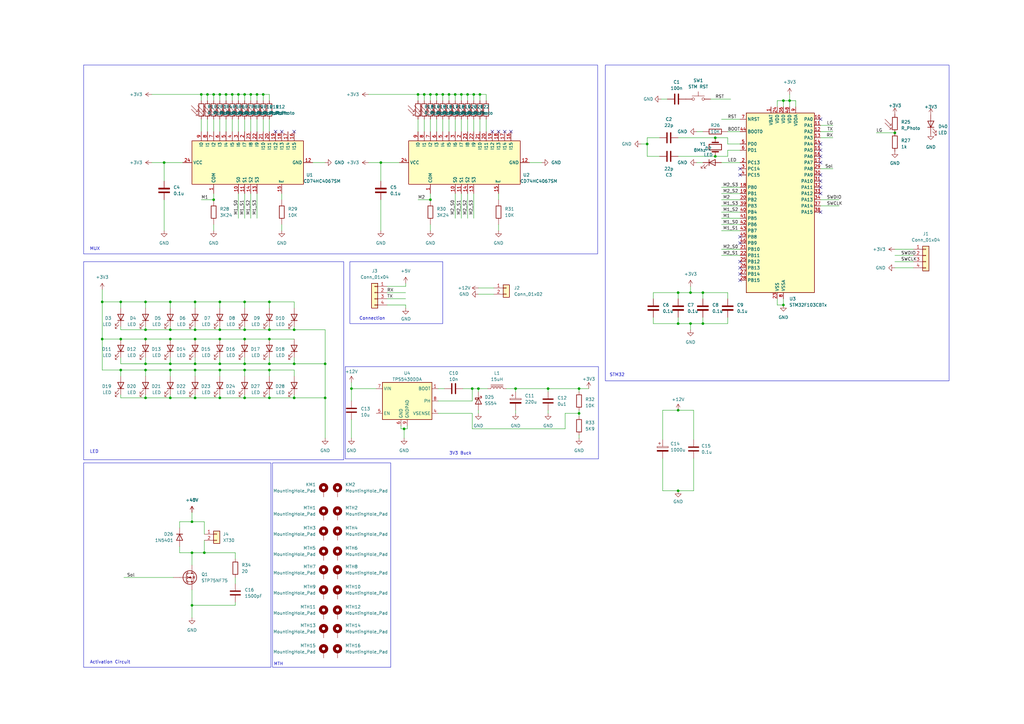
<source format=kicad_sch>
(kicad_sch (version 20230121) (generator eeschema)
  (paper "A3")
  (junction (at 133.35 163.195))
  (junction (at 87.63 38.735))
  (junction (at 102.87 38.735))
  (junction (at 49.53 139.065))
  (junction (at 41.91 123.825))
  (junction (at 80.01 135.255))
  (junction (at 278.13 120.015))
  (junction (at 100.33 123.825))
  (junction (at 100.33 38.735))
  (junction (at 78.74 226.695))
  (junction (at 237.49 169.545))
  (junction (at 189.23 38.735))
  (junction (at 196.85 38.735))
  (junction (at 80.01 149.225))
  (junction (at 100.33 151.765))
  (junction (at 181.61 38.735))
  (junction (at 110.49 151.765))
  (junction (at 278.13 168.275))
  (junction (at 100.33 135.255))
  (junction (at 193.675 159.385))
  (junction (at 283.21 120.015))
  (junction (at 41.91 139.065))
  (junction (at 120.65 149.225))
  (junction (at 92.71 38.735))
  (junction (at 107.95 38.735))
  (junction (at 59.69 149.225))
  (junction (at 110.49 163.195))
  (junction (at 100.33 149.225))
  (junction (at 90.17 38.735))
  (junction (at 133.35 149.225))
  (junction (at 69.85 151.765))
  (junction (at 80.01 123.825))
  (junction (at 293.37 64.135))
  (junction (at 90.17 123.825))
  (junction (at 237.49 159.385))
  (junction (at 90.17 139.065))
  (junction (at 278.13 201.295))
  (junction (at 110.49 135.255))
  (junction (at 69.85 149.225))
  (junction (at 90.17 151.765))
  (junction (at 69.85 123.825))
  (junction (at 110.49 149.225))
  (junction (at 80.01 151.765))
  (junction (at 144.145 159.385))
  (junction (at 69.85 139.065))
  (junction (at 110.49 139.065))
  (junction (at 69.85 135.255))
  (junction (at 288.29 132.715))
  (junction (at 176.53 81.915))
  (junction (at 87.63 81.915))
  (junction (at 156.21 66.675))
  (junction (at 100.33 139.065))
  (junction (at 173.99 38.735))
  (junction (at 184.15 38.735))
  (junction (at 165.735 175.895))
  (junction (at 265.43 59.055))
  (junction (at 82.55 38.735))
  (junction (at 80.01 139.065))
  (junction (at 78.74 248.285))
  (junction (at 211.455 159.385))
  (junction (at 69.85 163.195))
  (junction (at 321.31 41.275))
  (junction (at 288.29 120.015))
  (junction (at 90.17 149.225))
  (junction (at 67.31 66.675))
  (junction (at 83.82 226.695))
  (junction (at 85.09 38.735))
  (junction (at 105.41 38.735))
  (junction (at 283.21 132.715))
  (junction (at 90.17 135.255))
  (junction (at 90.17 163.195))
  (junction (at 323.85 41.275))
  (junction (at 120.65 163.195))
  (junction (at 120.65 135.255))
  (junction (at 321.31 125.095))
  (junction (at 176.53 38.735))
  (junction (at 367.03 54.483))
  (junction (at 186.69 38.735))
  (junction (at 49.53 151.765))
  (junction (at 78.74 213.995))
  (junction (at 59.69 163.195))
  (junction (at 196.215 159.385))
  (junction (at 100.33 163.195))
  (junction (at 49.53 123.825))
  (junction (at 110.49 123.825))
  (junction (at 97.79 38.735))
  (junction (at 179.07 38.735))
  (junction (at 194.31 38.735))
  (junction (at 224.79 159.385))
  (junction (at 278.13 132.715))
  (junction (at 293.37 56.515))
  (junction (at 95.25 38.735))
  (junction (at 59.69 151.765))
  (junction (at 59.69 123.825))
  (junction (at 171.45 38.735))
  (junction (at 59.69 135.255))
  (junction (at 80.01 163.195))
  (junction (at 59.69 139.065))
  (junction (at 191.77 38.735))
  (no_connect (at 303.53 97.155))
  (no_connect (at 201.93 53.975))
  (no_connect (at 336.55 61.595))
  (no_connect (at 303.53 107.315))
  (no_connect (at 209.55 53.975))
  (no_connect (at 207.01 53.975))
  (no_connect (at 303.53 112.395))
  (no_connect (at 113.03 53.975))
  (no_connect (at 115.57 53.975))
  (no_connect (at 303.53 109.855))
  (no_connect (at 336.55 59.055))
  (no_connect (at 336.55 48.895))
  (no_connect (at 336.55 86.995))
  (no_connect (at 336.55 76.835))
  (no_connect (at 336.55 66.675))
  (no_connect (at 303.53 71.755))
  (no_connect (at 120.65 53.975))
  (no_connect (at 336.55 64.135))
  (no_connect (at 336.55 79.375))
  (no_connect (at 303.53 69.215))
  (no_connect (at 336.55 74.295))
  (no_connect (at 303.53 99.695))
  (no_connect (at 336.55 71.755))
  (no_connect (at 303.53 114.935))
  (no_connect (at 204.47 53.975))
  (wire (pts (xy 237.49 159.385) (xy 241.4778 159.385)))
  (wire (pts (xy 59.69 139.065) (xy 69.85 139.065)))
  (wire (pts (xy 156.21 81.915) (xy 156.21 94.615)))
  (wire (pts (xy 100.33 154.305) (xy 100.33 151.765)))
  (wire (pts (xy 82.55 48.895) (xy 82.55 53.975)))
  (wire (pts (xy 359.41 54.483) (xy 367.03 54.483)))
  (wire (pts (xy 288.29 120.015) (xy 283.21 120.015)))
  (wire (pts (xy 179.705 169.545) (xy 193.675 169.545)))
  (wire (pts (xy 166.37 116.205) (xy 166.37 117.475)))
  (wire (pts (xy 165.735 179.705) (xy 165.735 175.895)))
  (wire (pts (xy 144.145 159.385) (xy 144.145 156.845)))
  (wire (pts (xy 231.775 169.545) (xy 237.49 169.545)))
  (wire (pts (xy 323.85 41.275) (xy 326.39 41.275)))
  (wire (pts (xy 199.39 38.735) (xy 196.85 38.735)))
  (wire (pts (xy 176.53 92.075) (xy 176.53 94.615)))
  (wire (pts (xy 196.85 38.735) (xy 194.31 38.735)))
  (wire (pts (xy 100.33 149.225) (xy 110.49 149.225)))
  (wire (pts (xy 156.21 66.675) (xy 163.83 66.675)))
  (wire (pts (xy 285.75 66.675) (xy 288.29 66.675)))
  (wire (pts (xy 288.29 132.715) (xy 298.45 132.715)))
  (wire (pts (xy 184.15 48.895) (xy 184.15 53.975)))
  (wire (pts (xy 321.31 41.275) (xy 321.31 43.815)))
  (wire (pts (xy 211.455 159.385) (xy 224.79 159.385)))
  (wire (pts (xy 267.97 130.175) (xy 267.97 132.715)))
  (wire (pts (xy 298.45 59.055) (xy 298.45 56.515)))
  (wire (pts (xy 336.55 56.515) (xy 341.63 56.515)))
  (wire (pts (xy 110.49 123.825) (xy 100.33 123.825)))
  (wire (pts (xy 120.65 135.255) (xy 133.35 135.255)))
  (wire (pts (xy 80.01 149.225) (xy 90.17 149.225)))
  (wire (pts (xy 105.41 79.375) (xy 105.41 89.535)))
  (wire (pts (xy 295.91 79.375) (xy 303.53 79.375)))
  (wire (pts (xy 120.65 146.685) (xy 120.65 149.225)))
  (wire (pts (xy 237.49 169.545) (xy 237.49 170.815)))
  (wire (pts (xy 78.74 226.695) (xy 78.74 231.775)))
  (wire (pts (xy 199.39 48.895) (xy 199.39 53.975)))
  (wire (pts (xy 90.17 48.895) (xy 90.17 53.975)))
  (wire (pts (xy 96.52 247.015) (xy 96.52 248.285)))
  (wire (pts (xy 128.27 66.675) (xy 133.35 66.675)))
  (wire (pts (xy 102.87 38.735) (xy 100.33 38.735)))
  (wire (pts (xy 336.55 53.975) (xy 341.63 53.975)))
  (wire (pts (xy 59.69 154.305) (xy 59.69 151.765)))
  (wire (pts (xy 80.01 133.985) (xy 80.01 135.255)))
  (wire (pts (xy 110.49 146.685) (xy 110.49 149.225)))
  (wire (pts (xy 49.53 154.305) (xy 49.53 151.765)))
  (wire (pts (xy 186.69 79.375) (xy 186.69 89.535)))
  (wire (pts (xy 78.74 248.285) (xy 78.74 253.365)))
  (wire (pts (xy 96.52 236.855) (xy 96.52 239.395)))
  (wire (pts (xy 107.95 48.895) (xy 107.95 53.975)))
  (wire (pts (xy 107.95 38.735) (xy 105.41 38.735)))
  (wire (pts (xy 283.21 120.015) (xy 278.13 120.015)))
  (wire (pts (xy 95.25 38.735) (xy 95.25 41.275)))
  (wire (pts (xy 271.78 201.295) (xy 278.13 201.295)))
  (wire (pts (xy 194.31 48.895) (xy 194.31 53.975)))
  (wire (pts (xy 80.01 163.195) (xy 90.17 163.195)))
  (wire (pts (xy 59.69 151.765) (xy 49.53 151.765)))
  (wire (pts (xy 171.45 81.915) (xy 176.53 81.915)))
  (wire (pts (xy 171.45 38.735) (xy 151.13 38.735)))
  (wire (pts (xy 186.69 48.895) (xy 186.69 53.975)))
  (wire (pts (xy 80.01 146.685) (xy 80.01 149.225)))
  (wire (pts (xy 97.79 79.375) (xy 97.79 89.535)))
  (wire (pts (xy 224.79 159.385) (xy 237.49 159.385)))
  (wire (pts (xy 67.31 66.675) (xy 74.93 66.675)))
  (wire (pts (xy 102.87 38.735) (xy 102.87 41.275)))
  (wire (pts (xy 83.82 219.075) (xy 83.82 213.995)))
  (wire (pts (xy 303.53 102.235) (xy 295.91 102.235)))
  (wire (pts (xy 179.705 164.465) (xy 193.675 164.465)))
  (wire (pts (xy 204.47 79.375) (xy 204.47 81.915)))
  (wire (pts (xy 102.87 48.895) (xy 102.87 53.975)))
  (wire (pts (xy 92.71 38.735) (xy 92.71 41.275)))
  (wire (pts (xy 298.45 56.515) (xy 293.37 56.515)))
  (wire (pts (xy 90.17 154.305) (xy 90.17 151.765)))
  (wire (pts (xy 171.45 48.895) (xy 171.45 53.975)))
  (wire (pts (xy 199.39 38.735) (xy 199.39 41.275)))
  (wire (pts (xy 82.55 38.735) (xy 62.23 38.735)))
  (wire (pts (xy 196.215 120.65) (xy 202.565 120.65)))
  (wire (pts (xy 90.17 38.735) (xy 90.17 41.275)))
  (wire (pts (xy 100.33 133.985) (xy 100.33 135.255)))
  (wire (pts (xy 179.07 38.735) (xy 179.07 41.275)))
  (wire (pts (xy 90.17 123.825) (xy 80.01 123.825)))
  (wire (pts (xy 41.91 151.765) (xy 49.53 151.765)))
  (wire (pts (xy 278.13 201.295) (xy 284.48 201.295)))
  (wire (pts (xy 69.85 154.305) (xy 69.85 151.765)))
  (wire (pts (xy 110.49 163.195) (xy 120.65 163.195)))
  (wire (pts (xy 298.45 61.595) (xy 298.45 64.135)))
  (wire (pts (xy 78.74 248.285) (xy 96.52 248.285)))
  (wire (pts (xy 367.03 102.235) (xy 374.65 102.235)))
  (wire (pts (xy 284.48 187.96) (xy 284.48 201.295)))
  (wire (pts (xy 100.33 38.735) (xy 100.33 41.275)))
  (wire (pts (xy 110.49 38.735) (xy 110.49 41.275)))
  (wire (pts (xy 96.52 226.695) (xy 96.52 229.235)))
  (wire (pts (xy 179.07 38.735) (xy 176.53 38.735)))
  (wire (pts (xy 90.17 163.195) (xy 100.33 163.195)))
  (wire (pts (xy 110.49 38.735) (xy 107.95 38.735)))
  (wire (pts (xy 189.23 38.735) (xy 186.69 38.735)))
  (wire (pts (xy 90.17 161.925) (xy 90.17 163.195)))
  (wire (pts (xy 271.78 187.96) (xy 271.78 201.295)))
  (wire (pts (xy 87.63 79.375) (xy 87.63 81.915)))
  (wire (pts (xy 120.65 149.225) (xy 133.35 149.225)))
  (wire (pts (xy 186.69 38.735) (xy 186.69 41.275)))
  (wire (pts (xy 278.13 168.275) (xy 284.48 168.275)))
  (wire (pts (xy 80.01 161.925) (xy 80.01 163.195)))
  (wire (pts (xy 284.48 168.275) (xy 284.48 180.34)))
  (wire (pts (xy 179.705 159.385) (xy 182.245 159.385)))
  (wire (pts (xy 318.77 43.815) (xy 318.77 41.275)))
  (wire (pts (xy 189.23 48.895) (xy 189.23 53.975)))
  (wire (pts (xy 133.35 135.255) (xy 133.35 149.225)))
  (wire (pts (xy 59.69 126.365) (xy 59.69 123.825)))
  (wire (pts (xy 80.01 126.365) (xy 80.01 123.825)))
  (wire (pts (xy 100.33 163.195) (xy 110.49 163.195)))
  (wire (pts (xy 133.35 163.195) (xy 133.35 179.705)))
  (wire (pts (xy 69.85 135.255) (xy 80.01 135.255)))
  (wire (pts (xy 80.01 151.765) (xy 69.85 151.765)))
  (wire (pts (xy 90.17 133.985) (xy 90.17 135.255)))
  (wire (pts (xy 90.17 139.065) (xy 100.33 139.065)))
  (wire (pts (xy 207.645 159.385) (xy 211.455 159.385)))
  (wire (pts (xy 166.37 125.095) (xy 166.37 126.365)))
  (wire (pts (xy 298.45 120.015) (xy 288.29 120.015)))
  (wire (pts (xy 196.215 118.11) (xy 202.565 118.11)))
  (wire (pts (xy 69.85 161.925) (xy 69.85 163.195)))
  (wire (pts (xy 95.25 38.735) (xy 92.71 38.735)))
  (wire (pts (xy 73.66 213.995) (xy 73.66 216.535)))
  (wire (pts (xy 158.75 122.555) (xy 166.37 122.555)))
  (wire (pts (xy 184.15 38.735) (xy 184.15 41.275)))
  (wire (pts (xy 273.685 40.64) (xy 271.145 40.64)))
  (wire (pts (xy 181.61 48.895) (xy 181.61 53.975)))
  (wire (pts (xy 115.57 79.375) (xy 115.57 81.915)))
  (wire (pts (xy 194.31 38.735) (xy 194.31 41.275)))
  (wire (pts (xy 262.89 59.055) (xy 265.43 59.055)))
  (wire (pts (xy 105.41 48.895) (xy 105.41 53.975)))
  (wire (pts (xy 90.17 146.685) (xy 90.17 149.225)))
  (wire (pts (xy 191.77 38.735) (xy 191.77 41.275)))
  (wire (pts (xy 283.21 132.715) (xy 283.21 135.255)))
  (wire (pts (xy 69.85 163.195) (xy 80.01 163.195)))
  (wire (pts (xy 69.85 139.065) (xy 80.01 139.065)))
  (wire (pts (xy 186.69 38.735) (xy 184.15 38.735)))
  (wire (pts (xy 193.675 169.545) (xy 193.675 175.895)))
  (wire (pts (xy 194.31 79.375) (xy 194.31 89.535)))
  (wire (pts (xy 95.25 48.895) (xy 95.25 53.975)))
  (wire (pts (xy 191.77 38.735) (xy 189.23 38.735)))
  (wire (pts (xy 78.74 241.935) (xy 78.74 248.285)))
  (wire (pts (xy 80.01 154.305) (xy 80.01 151.765)))
  (wire (pts (xy 69.85 123.825) (xy 59.69 123.825)))
  (wire (pts (xy 224.79 159.385) (xy 224.79 160.655)))
  (wire (pts (xy 59.69 146.685) (xy 59.69 149.225)))
  (wire (pts (xy 90.17 38.735) (xy 87.63 38.735)))
  (wire (pts (xy 78.74 210.185) (xy 78.74 213.995)))
  (wire (pts (xy 85.09 38.735) (xy 82.55 38.735)))
  (wire (pts (xy 120.65 161.925) (xy 120.65 163.195)))
  (wire (pts (xy 59.69 161.925) (xy 59.69 163.195)))
  (wire (pts (xy 78.74 213.995) (xy 83.82 213.995)))
  (wire (pts (xy 120.65 126.365) (xy 120.65 123.825)))
  (wire (pts (xy 167.005 175.895) (xy 165.735 175.895)))
  (wire (pts (xy 298.45 64.135) (xy 293.37 64.135)))
  (wire (pts (xy 176.53 48.895) (xy 176.53 53.975)))
  (wire (pts (xy 303.53 86.995) (xy 295.91 86.995)))
  (wire (pts (xy 83.82 226.695) (xy 96.52 226.695)))
  (wire (pts (xy 87.63 38.735) (xy 85.09 38.735)))
  (wire (pts (xy 67.31 66.675) (xy 67.31 74.295)))
  (wire (pts (xy 326.39 41.275) (xy 326.39 43.815)))
  (wire (pts (xy 49.53 163.195) (xy 59.69 163.195)))
  (wire (pts (xy 100.33 38.735) (xy 97.79 38.735)))
  (wire (pts (xy 204.47 92.075) (xy 204.47 94.615)))
  (wire (pts (xy 158.75 117.475) (xy 166.37 117.475)))
  (wire (pts (xy 69.85 126.365) (xy 69.85 123.825)))
  (wire (pts (xy 120.65 163.195) (xy 133.35 163.195)))
  (wire (pts (xy 181.61 38.735) (xy 179.07 38.735)))
  (wire (pts (xy 265.43 59.055) (xy 265.43 64.135)))
  (wire (pts (xy 87.63 48.895) (xy 87.63 53.975)))
  (wire (pts (xy 179.07 48.895) (xy 179.07 53.975)))
  (wire (pts (xy 97.79 38.735) (xy 97.79 41.275)))
  (wire (pts (xy 110.49 154.305) (xy 110.49 151.765)))
  (wire (pts (xy 271.78 168.275) (xy 278.13 168.275)))
  (wire (pts (xy 295.91 84.455) (xy 303.53 84.455)))
  (wire (pts (xy 73.66 226.695) (xy 73.66 224.155)))
  (wire (pts (xy 303.53 89.535) (xy 295.91 89.535)))
  (wire (pts (xy 196.215 159.385) (xy 200.025 159.385)))
  (wire (pts (xy 110.49 161.925) (xy 110.49 163.195)))
  (wire (pts (xy 110.49 149.225) (xy 120.65 149.225)))
  (wire (pts (xy 120.65 151.765) (xy 110.49 151.765)))
  (wire (pts (xy 323.85 38.735) (xy 323.85 41.275)))
  (wire (pts (xy 184.15 38.735) (xy 181.61 38.735)))
  (wire (pts (xy 97.79 48.895) (xy 97.79 53.975)))
  (wire (pts (xy 41.91 139.065) (xy 41.91 151.765)))
  (wire (pts (xy 193.675 159.385) (xy 196.215 159.385)))
  (wire (pts (xy 49.53 149.225) (xy 59.69 149.225)))
  (wire (pts (xy 367.03 107.315) (xy 374.65 107.315)))
  (wire (pts (xy 92.71 48.895) (xy 92.71 53.975)))
  (wire (pts (xy 237.49 168.275) (xy 237.49 169.545)))
  (wire (pts (xy 110.49 139.065) (xy 120.65 139.065)))
  (wire (pts (xy 85.09 48.895) (xy 85.09 53.975)))
  (wire (pts (xy 59.69 123.825) (xy 49.53 123.825)))
  (wire (pts (xy 367.03 104.775) (xy 374.65 104.775)))
  (wire (pts (xy 41.91 118.745) (xy 41.91 123.825)))
  (wire (pts (xy 158.75 125.095) (xy 166.37 125.095)))
  (wire (pts (xy 100.33 79.375) (xy 100.33 89.535)))
  (wire (pts (xy 367.03 109.855) (xy 374.65 109.855)))
  (wire (pts (xy 288.29 130.175) (xy 288.29 132.715)))
  (wire (pts (xy 288.29 122.555) (xy 288.29 120.015)))
  (wire (pts (xy 224.79 168.275) (xy 224.79 169.545)))
  (wire (pts (xy 231.775 175.895) (xy 231.775 169.545)))
  (wire (pts (xy 78.74 226.695) (xy 73.66 226.695)))
  (wire (pts (xy 158.75 120.015) (xy 166.37 120.015)))
  (wire (pts (xy 110.49 135.255) (xy 120.65 135.255)))
  (wire (pts (xy 211.455 168.275) (xy 211.455 169.545)))
  (wire (pts (xy 237.49 159.385) (xy 237.49 160.655)))
  (wire (pts (xy 110.49 151.765) (xy 100.33 151.765)))
  (wire (pts (xy 173.99 38.735) (xy 171.45 38.735)))
  (wire (pts (xy 59.69 133.985) (xy 59.69 135.255)))
  (wire (pts (xy 321.31 41.275) (xy 323.85 41.275)))
  (wire (pts (xy 69.85 133.985) (xy 69.85 135.255)))
  (wire (pts (xy 59.69 163.195) (xy 69.85 163.195)))
  (wire (pts (xy 100.33 139.065) (xy 110.49 139.065)))
  (wire (pts (xy 144.145 159.385) (xy 154.305 159.385)))
  (wire (pts (xy 321.31 125.095) (xy 321.31 122.555)))
  (wire (pts (xy 173.99 48.895) (xy 173.99 53.975)))
  (wire (pts (xy 318.77 125.095) (xy 321.31 125.095)))
  (wire (pts (xy 49.53 126.365) (xy 49.53 123.825)))
  (wire (pts (xy 303.53 61.595) (xy 298.45 61.595)))
  (wire (pts (xy 267.97 132.715) (xy 278.13 132.715)))
  (wire (pts (xy 102.87 79.375) (xy 102.87 89.535)))
  (wire (pts (xy 100.33 146.685) (xy 100.33 149.225)))
  (wire (pts (xy 59.69 149.225) (xy 69.85 149.225)))
  (wire (pts (xy 285.75 53.975) (xy 288.29 53.975)))
  (wire (pts (xy 120.65 151.765) (xy 120.65 154.305)))
  (wire (pts (xy 303.53 59.055) (xy 298.45 59.055)))
  (wire (pts (xy 59.69 135.255) (xy 69.85 135.255)))
  (wire (pts (xy 92.71 38.735) (xy 90.17 38.735)))
  (wire (pts (xy 144.145 172.085) (xy 144.145 179.705)))
  (wire (pts (xy 97.79 38.735) (xy 95.25 38.735)))
  (wire (pts (xy 100.33 48.895) (xy 100.33 53.975)))
  (wire (pts (xy 164.465 174.625) (xy 164.465 175.895)))
  (wire (pts (xy 299.72 40.64) (xy 291.465 40.64)))
  (wire (pts (xy 90.17 151.765) (xy 80.01 151.765)))
  (wire (pts (xy 110.49 126.365) (xy 110.49 123.825)))
  (wire (pts (xy 80.01 139.065) (xy 90.17 139.065)))
  (wire (pts (xy 196.85 38.735) (xy 196.85 41.275)))
  (wire (pts (xy 189.865 159.385) (xy 193.675 159.385)))
  (wire (pts (xy 303.53 104.775) (xy 295.91 104.775)))
  (wire (pts (xy 176.53 79.375) (xy 176.53 81.915)))
  (wire (pts (xy 217.17 66.675) (xy 222.25 66.675)))
  (wire (pts (xy 41.91 123.825) (xy 49.53 123.825)))
  (wire (pts (xy 100.33 151.765) (xy 90.17 151.765)))
  (wire (pts (xy 133.35 149.225) (xy 133.35 163.195)))
  (wire (pts (xy 237.49 178.435) (xy 237.49 179.705)))
  (wire (pts (xy 298.45 53.975) (xy 303.53 53.975)))
  (wire (pts (xy 69.85 149.225) (xy 80.01 149.225)))
  (wire (pts (xy 82.55 38.735) (xy 82.55 41.275)))
  (wire (pts (xy 120.65 133.985) (xy 120.65 135.255)))
  (wire (pts (xy 87.63 38.735) (xy 87.63 41.275)))
  (wire (pts (xy 303.53 76.835) (xy 295.91 76.835)))
  (wire (pts (xy 173.99 38.735) (xy 173.99 41.275)))
  (wire (pts (xy 69.85 151.765) (xy 59.69 151.765)))
  (wire (pts (xy 278.13 56.515) (xy 293.37 56.515)))
  (wire (pts (xy 283.21 132.715) (xy 288.29 132.715)))
  (wire (pts (xy 100.33 123.825) (xy 90.17 123.825)))
  (wire (pts (xy 73.66 213.995) (xy 78.74 213.995)))
  (wire (pts (xy 80.01 135.255) (xy 90.17 135.255)))
  (wire (pts (xy 107.95 38.735) (xy 107.95 41.275)))
  (wire (pts (xy 171.45 38.735) (xy 171.45 41.275)))
  (wire (pts (xy 85.09 38.735) (xy 85.09 41.275)))
  (wire (pts (xy 87.63 92.075) (xy 87.63 94.615)))
  (wire (pts (xy 78.74 226.695) (xy 83.82 226.695)))
  (wire (pts (xy 105.41 38.735) (xy 105.41 41.275)))
  (wire (pts (xy 194.31 38.735) (xy 191.77 38.735)))
  (wire (pts (xy 41.91 139.065) (xy 49.53 139.065)))
  (wire (pts (xy 69.85 146.685) (xy 69.85 149.225)))
  (wire (pts (xy 318.77 122.555) (xy 318.77 125.095)))
  (wire (pts (xy 80.01 123.825) (xy 69.85 123.825)))
  (wire (pts (xy 278.13 130.175) (xy 278.13 132.715)))
  (wire (pts (xy 49.53 133.985) (xy 49.53 135.255)))
  (wire (pts (xy 278.13 122.555) (xy 278.13 120.015)))
  (wire (pts (xy 196.85 48.895) (xy 196.85 53.975)))
  (wire (pts (xy 100.33 135.255) (xy 110.49 135.255)))
  (wire (pts (xy 298.45 132.715) (xy 298.45 130.175)))
  (wire (pts (xy 295.91 66.675) (xy 303.53 66.675)))
  (wire (pts (xy 196.215 168.275) (xy 196.215 169.545)))
  (wire (pts (xy 156.21 66.675) (xy 156.21 74.295)))
  (wire (pts (xy 62.23 66.675) (xy 67.31 66.675)))
  (wire (pts (xy 110.49 48.895) (xy 110.49 53.975)))
  (wire (pts (xy 115.57 92.075) (xy 115.57 94.615)))
  (wire (pts (xy 191.77 79.375) (xy 191.77 89.535)))
  (wire (pts (xy 67.31 81.915) (xy 67.31 94.615)))
  (wire (pts (xy 100.33 126.365) (xy 100.33 123.825)))
  (wire (pts (xy 164.465 175.895) (xy 165.735 175.895)))
  (wire (pts (xy 267.97 120.015) (xy 267.97 122.555)))
  (wire (pts (xy 49.53 146.685) (xy 49.53 149.225)))
  (wire (pts (xy 265.43 64.135) (xy 270.51 64.135)))
  (wire (pts (xy 105.41 38.735) (xy 102.87 38.735)))
  (wire (pts (xy 265.43 56.515) (xy 265.43 59.055)))
  (wire (pts (xy 211.455 159.385) (xy 211.455 160.655)))
  (wire (pts (xy 83.82 221.615) (xy 83.82 226.695)))
  (wire (pts (xy 298.45 122.555) (xy 298.45 120.015)))
  (wire (pts (xy 336.55 69.215) (xy 341.63 69.215)))
  (wire (pts (xy 196.215 159.385) (xy 196.215 160.655)))
  (wire (pts (xy 49.53 139.065) (xy 59.69 139.065)))
  (wire (pts (xy 49.53 135.255) (xy 59.69 135.255)))
  (wire (pts (xy 278.13 64.135) (xy 293.37 64.135)))
  (wire (pts (xy 193.675 175.895) (xy 231.775 175.895)))
  (wire (pts (xy 303.53 81.915) (xy 295.91 81.915)))
  (wire (pts (xy 151.13 66.675) (xy 156.21 66.675)))
  (wire (pts (xy 191.77 48.895) (xy 191.77 53.975)))
  (wire (pts (xy 336.55 84.455) (xy 344.17 84.455)))
  (wire (pts (xy 318.77 41.275) (xy 321.31 41.275)))
  (wire (pts (xy 278.13 132.715) (xy 283.21 132.715)))
  (wire (pts (xy 110.49 133.985) (xy 110.49 135.255)))
  (wire (pts (xy 100.33 161.925) (xy 100.33 163.195)))
  (wire (pts (xy 271.78 168.275) (xy 271.78 180.34)))
  (wire (pts (xy 181.61 38.735) (xy 181.61 41.275)))
  (wire (pts (xy 295.91 92.075) (xy 303.53 92.075)))
  (wire (pts (xy 295.91 48.895) (xy 303.53 48.895)))
  (wire (pts (xy 193.675 164.465) (xy 193.675 159.385)))
  (wire (pts (xy 41.91 123.825) (xy 41.91 139.065)))
  (wire (pts (xy 189.23 38.735) (xy 189.23 41.275)))
  (wire (pts (xy 270.51 56.515) (xy 265.43 56.515)))
  (wire (pts (xy 303.53 94.615) (xy 295.91 94.615)))
  (wire (pts (xy 50.8 236.855) (xy 71.12 236.855)))
  (wire (pts (xy 82.55 81.915) (xy 87.63 81.915)))
  (wire (pts (xy 336.55 81.915) (xy 344.17 81.915)))
  (wire (pts (xy 189.23 79.375) (xy 189.23 89.535)))
  (wire (pts (xy 336.55 51.435) (xy 341.63 51.435)))
  (wire (pts (xy 176.53 38.735) (xy 176.53 41.275)))
  (wire (pts (xy 49.53 161.925) (xy 49.53 163.195)))
  (wire (pts (xy 278.13 120.015) (xy 267.97 120.015)))
  (wire (pts (xy 120.65 123.825) (xy 110.49 123.825)))
  (wire (pts (xy 90.17 135.255) (xy 100.33 135.255)))
  (wire (pts (xy 144.145 159.385) (xy 144.145 164.465)))
  (wire (pts (xy 90.17 126.365) (xy 90.17 123.825)))
  (wire (pts (xy 90.17 149.225) (xy 100.33 149.225)))
  (wire (pts (xy 283.21 117.475) (xy 283.21 120.015)))
  (wire (pts (xy 167.005 174.625) (xy 167.005 175.895)))
  (wire (pts (xy 323.85 41.275) (xy 323.85 43.815)))
  (wire (pts (xy 176.53 38.735) (xy 173.99 38.735)))
  (rectangle (start 248.285 26.67) (end 389.255 156.21))
  (rectangle (start 34.29 26.67) (end 245.11 104.14))
  (rectangle (start 34.29 107.315) (end 140.97 188.595))
  (rectangle (start 111.76 189.865) (end 160.274 273.685))
  (rectangle (start 141.605 150.368) (end 245.4656 188.214))
  (rectangle (start 143.51 107.315) (end 181.61 132.715))
  (rectangle (start 34.29 189.865) (end 111.125 273.685))
  (text "Activation Circuit" (at 36.83 272.415 0) (effects (font (size 1.27 1.27)) (justify left bottom)))
  (text "MUX" (at 36.83 102.87 0) (effects (font (size 1.27 1.27)) (justify left bottom)))
  (text "3V3 Buck" (at 184.2262 186.7408 0) (effects (font (size 1.27 1.27)) (justify left bottom)))
  (text "Connection" (at 147.32 131.445 0) (effects (font (size 1.27 1.27)) (justify left bottom)))
  (text "LED" (at 36.83 186.055 0) (effects (font (size 1.27 1.27)) (justify left bottom)))
  (text "MTH" (at 112.268 273.177 0) (effects (font (size 1.27 1.27)) (justify left bottom)))
  (text "STM32" (at 249.9868 154.6098 0) (effects (font (size 1.27 1.27)) (justify left bottom)))
  (label "Sol" (at 52.07 236.855 0))
  (label "M2_S0" (at 186.69 81.915 270))
  (label "M2" (at 171.45 81.915 0))
  (label "M1" (at 82.55 81.915 0))
  (label "LG" (at 359.41 54.483 0))
  (label "M2_S2" (at 296.545 79.375 0))
  (label "M1_S3" (at 105.41 81.915 270))
  (label "M2_S3" (at 194.31 81.915 270))
  (label "BOOT" (at 298.45 53.975 0))
  (label "Sol" (at 341.63 69.215 180))
  (label "SWCLK" (at 369.57 107.315 0))
  (label "M2" (at 296.545 81.915 0))
  (label "RST" (at 298.45 48.895 0))
  (label "RST" (at 293.37 40.64 0))
  (label "M1_S0" (at 97.79 81.915 270))
  (label "LED" (at 298.45 66.675 0))
  (label "M1" (at 296.545 89.535 0))
  (label "M2_S0" (at 296.545 102.235 0))
  (label "M2_S1" (at 189.23 81.915 270))
  (label "TX" (at 158.75 122.555 0))
  (label "M1_S2" (at 296.545 86.995 0))
  (label "M1_S2" (at 102.87 81.915 270))
  (label "SWDIO" (at 369.57 104.775 0))
  (label "M1_S1" (at 296.545 94.615 0))
  (label "M1_S1" (at 100.33 81.915 270))
  (label "TX" (at 341.63 53.975 180))
  (label "M2_S2" (at 191.77 81.915 270))
  (label "M1_S3" (at 296.545 84.455 0))
  (label "SWDIO" (at 339.09 81.915 0))
  (label "LG" (at 341.63 51.435 180))
  (label "RX" (at 341.63 56.515 180))
  (label "M1_S0" (at 296.545 92.075 0))
  (label "SWCLK" (at 339.09 84.455 0))
  (label "RX" (at 158.75 120.015 0))
  (label "M2_S3" (at 296.545 76.835 0))
  (label "M2_S1" (at 296.545 104.775 0))
  (symbol (lib_id "Mechanical:MountingHole_Pad") (at 132.715 219.075 0) (mirror y) (unit 1)
    (property "Reference" "MTH3" (at 129.54 216.5349 0) (effects (justify left)))
    (property "Value" "MountingHole_Pad" (at 129.54 219.0749 0) (effects (justify left)))
    (property "Footprint" "MountingHole:MountingHole_3.2mm_M3_Pad_Via" (effects hide))
  )
  (symbol (lib_id "Device:R_Photo") (at 189.23 45.085 0) (unit 1)
    (property "Reference" "R20" (at 191.77 43.8149 0) (effects (justify left)))
    (property "Value" "R_Photo" (at 191.77 46.3549 0) (effects (justify left)))
    (property "Footprint" "Library:ALS-PT19" (effects hide))
  )
  (symbol (lib_id "power:GND") (at 211.455 169.545 0) (unit 1)
    (property "Reference" "#PWR036" (effects hide))
    (property "Value" "GND" (at 211.455 174.625 0))
  )
  (symbol (lib_id "Mechanical:MountingHole_Pad") (at 138.43 201.295 0) (unit 1)
    (property "Reference" "KM2" (at 141.605 198.7549 0) (effects (justify left)))
    (property "Value" "MountingHole_Pad" (at 141.605 201.2949 0) (effects (justify left)))
    (property "Footprint" "MountingHole:MountingHole_4.3mm_M4_Pad_Via" (effects hide))
  )
  (symbol (lib_id "power:GND") (at 166.37 126.365 0) (unit 1)
    (property "Reference" "#PWR030" (effects hide))
    (property "Value" "GND" (at 164.465 130.81 0) (effects (justify left)))
  )
  (symbol (lib_id "Mechanical:MountingHole_Pad") (at 132.715 243.205 0) (mirror y) (unit 1)
    (property "Reference" "MTH9" (at 129.54 240.6649 0) (effects (justify left)))
    (property "Value" "MountingHole_Pad" (at 129.54 243.2049 0) (effects (justify left)))
    (property "Footprint" "MountingHole:MountingHole_3.2mm_M3_Pad_Via" (effects hide))
  )
  (symbol (lib_id "Mechanical:MountingHole_Pad") (at 132.715 201.295 0) (mirror y) (unit 1)
    (property "Reference" "KM1" (at 129.54 198.7549 0) (effects (justify left)))
    (property "Value" "MountingHole_Pad" (at 129.54 201.2949 0) (effects (justify left)))
    (property "Footprint" "MountingHole:MountingHole_4.3mm_M4_Pad_Via" (effects hide))
  )
  (symbol (lib_id "Device:C") (at 284.48 184.15 0) (unit 1)
    (property "Reference" "C15" (at 287.655 182.8799 0) (effects (justify left)))
    (property "Value" "0.1u" (at 287.655 185.4199 0) (effects (justify left)))
    (property "Footprint" "Library:cap0603" (effects hide))
  )
  (symbol (lib_id "power:+12V") (at 144.145 156.845 0) (unit 1)
    (property "Reference" "#PWR032" (effects hide))
    (property "Value" "+12V" (at 144.145 152.4 0))
  )
  (symbol (lib_id "Device:LED") (at 80.01 130.175 270) (mirror x) (unit 1)
    (property "Reference" "D6" (at 76.2 130.4924 90) (effects (justify right)))
    (property "Value" "LED" (at 76.2 133.0324 90) (effects (justify right)))
    (property "Footprint" "Library:LED-3528" (effects hide))
  )
  (symbol (lib_id "power:GND") (at 367.03 109.855 270) (unit 1)
    (property "Reference" "#PWR023" (effects hide))
    (property "Value" "GND" (at 363.22 109.8549 90) (effects (justify right)))
  )
  (symbol (lib_id "Mechanical:MountingHole_Pad") (at 132.715 259.08 0) (mirror y) (unit 1)
    (property "Reference" "MTH13" (at 129.54 256.5399 0) (effects (justify left)))
    (property "Value" "MountingHole_Pad" (at 129.54 259.0799 0) (effects (justify left)))
    (property "Footprint" "MountingHole:MountingHole_3.2mm_M3_Pad_Via" (effects hide))
  )
  (symbol (lib_id "Device:R_Photo") (at 184.15 45.085 0) (unit 1)
    (property "Reference" "R18" (at 186.69 43.8149 0) (effects (justify left)))
    (property "Value" "R_Photo" (at 186.69 46.3549 0) (effects (justify left)))
    (property "Footprint" "Library:ALS-PT19" (effects hide))
  )
  (symbol (lib_id "Device:LED") (at 100.33 142.875 270) (mirror x) (unit 1)
    (property "Reference" "D16" (at 96.52 143.1924 90) (effects (justify right)))
    (property "Value" "LED" (at 96.52 145.7324 90) (effects (justify right)))
    (property "Footprint" "Library:LED-3528" (effects hide))
  )
  (symbol (lib_id "Device:R") (at 237.49 164.465 0) (unit 1)
    (property "Reference" "R32" (at 240.03 163.83 0) (effects (justify left)))
    (property "Value" "10K" (at 240.03 166.37 0) (effects (justify left)))
    (property "Footprint" "Library:res0603" (effects hide))
  )
  (symbol (lib_id "Device:LED") (at 59.69 130.175 270) (mirror x) (unit 1)
    (property "Reference" "D4" (at 55.88 130.4924 90) (effects (justify right)))
    (property "Value" "LED" (at 55.88 133.0324 90) (effects (justify right)))
    (property "Footprint" "Library:LED-3528" (effects hide))
  )
  (symbol (lib_id "Mechanical:MountingHole_Pad") (at 138.43 227.33 0) (unit 1)
    (property "Reference" "MTH6" (at 141.605 224.7899 0) (effects (justify left)))
    (property "Value" "MountingHole_Pad" (at 141.605 227.3299 0) (effects (justify left)))
    (property "Footprint" "MountingHole:MountingHole_3.2mm_M3_Pad_Via" (effects hide))
  )
  (symbol (lib_id "Diode:1N5401") (at 73.66 220.345 90) (mirror x) (unit 1)
    (property "Reference" "D26" (at 71.12 219.075 90) (effects (justify left)))
    (property "Value" "1N5401" (at 71.12 221.615 90) (effects (justify left)))
    (property "Footprint" "Diode_THT:D_DO-201AD_P15.24mm_Horizontal" (effects hide))
    (property "Datasheet" "http://www.vishay.com/docs/88516/1n5400.pdf" (effects hide))
    (property "Sim.Device" "D" (effects hide))
    (property "Sim.Pins" "1=K 2=A" (effects hide))
  )
  (symbol (lib_id "power:+3V3") (at 151.13 38.735 90) (unit 1)
    (property "Reference" "#PWR02" (effects hide))
    (property "Value" "+3V3" (at 147.32 38.7349 90) (effects (justify left)))
  )
  (symbol (lib_id "Device:LED") (at 59.69 142.875 270) (mirror x) (unit 1)
    (property "Reference" "D12" (at 55.88 143.1924 90) (effects (justify right)))
    (property "Value" "LED" (at 55.88 145.7324 90) (effects (justify right)))
    (property "Footprint" "Library:LED-3528" (effects hide))
  )
  (symbol (lib_id "Device:LED") (at 110.49 130.175 270) (mirror x) (unit 1)
    (property "Reference" "D9" (at 106.68 130.4924 90) (effects (justify right)))
    (property "Value" "LED" (at 106.68 133.0324 90) (effects (justify right)))
    (property "Footprint" "Library:LED-3528" (effects hide))
  )
  (symbol (lib_id "Device:C") (at 96.52 243.205 0) (unit 1)
    (property "Reference" "C16" (at 100.33 241.935 0) (effects (justify left)))
    (property "Value" "1500pF" (at 100.33 244.475 0) (effects (justify left)))
    (property "Footprint" "Library:cap0603" (effects hide))
  )
  (symbol (lib_id "Device:R_Photo") (at 199.39 45.085 0) (unit 1)
    (property "Reference" "R24" (effects hide))
    (property "Value" "R_Photo" (effects hide))
    (property "Footprint" "Library:ALS-PT19" (effects hide))
  )
  (symbol (lib_id "Device:LED") (at 120.65 130.175 270) (mirror x) (unit 1)
    (property "Reference" "D10" (at 116.84 130.4924 90) (effects (justify right)))
    (property "Value" "LED" (at 116.84 133.0324 90) (effects (justify right)))
    (property "Footprint" "Library:LED-3528" (effects hide))
  )
  (symbol (lib_id "Mechanical:MountingHole_Pad") (at 138.43 243.205 0) (unit 1)
    (property "Reference" "MTH10" (at 141.605 240.6649 0) (effects (justify left)))
    (property "Value" "MountingHole_Pad" (at 141.605 243.2049 0) (effects (justify left)))
    (property "Footprint" "MountingHole:MountingHole_3.2mm_M3_Pad_Via" (effects hide))
  )
  (symbol (lib_id "Device:R") (at 96.52 233.045 0) (mirror y) (unit 1)
    (property "Reference" "R34" (at 99.06 231.775 0) (effects (justify right)))
    (property "Value" "20" (at 99.06 234.315 0) (effects (justify right)))
    (property "Footprint" "Library:res0603" (effects hide))
  )
  (symbol (lib_id "Device:R_Photo") (at 82.55 45.085 0) (unit 1)
    (property "Reference" "R1" (at 85.09 43.8149 0) (effects (justify left)))
    (property "Value" "R_Photo" (at 85.09 46.3549 0) (effects (justify left)))
    (property "Footprint" "Library:ALS-PT19" (effects hide))
  )
  (symbol (lib_id "vincent:C") (at 298.45 126.365 90) (unit 1)
    (property "Reference" "C9" (at 302.26 125.0949 90) (effects (justify right)))
    (property "Value" "0.1u" (at 302.26 127.6349 90) (effects (justify right)))
    (property "Footprint" "Library:cap0603" (effects hide))
  )
  (symbol (lib_id "Device:LED") (at 120.65 158.115 270) (mirror x) (unit 1)
    (property "Reference" "D28" (at 116.84 158.4324 90) (effects (justify right)))
    (property "Value" "LED" (at 116.84 160.9724 90) (effects (justify right)))
    (property "Footprint" "Library:LED-3528" (effects hide))
  )
  (symbol (lib_id "Device:C") (at 224.79 164.465 0) (unit 1)
    (property "Reference" "C12" (at 228.6 163.1949 0) (effects (justify left)))
    (property "Value" "0u1" (at 228.6 165.7349 0) (effects (justify left)))
    (property "Footprint" "Library:cap0603" (effects hide))
  )
  (symbol (lib_id "Mechanical:MountingHole_Pad") (at 138.43 251.46 0) (unit 1)
    (property "Reference" "MTH12" (at 141.605 248.9199 0) (effects (justify left)))
    (property "Value" "MountingHole_Pad" (at 141.605 251.4599 0) (effects (justify left)))
    (property "Footprint" "MountingHole:MountingHole_3.2mm_M3_Pad_Via" (effects hide))
  )
  (symbol (lib_id "power:GND") (at 133.35 66.675 90) (unit 1)
    (property "Reference" "#PWR012" (effects hide))
    (property "Value" "GND" (at 137.16 66.6749 90) (effects (justify right)))
  )
  (symbol (lib_id "Mechanical:MountingHole_Pad") (at 138.43 259.08 0) (unit 1)
    (property "Reference" "MTH14" (at 141.605 256.5399 0) (effects (justify left)))
    (property "Value" "MountingHole_Pad" (at 141.605 259.0799 0) (effects (justify left)))
    (property "Footprint" "MountingHole:MountingHole_3.2mm_M3_Pad_Via" (effects hide))
  )
  (symbol (lib_id "Device:L_Iron") (at 203.835 159.385 90) (unit 1)
    (property "Reference" "L1" (at 203.835 153.035 90))
    (property "Value" "15uH" (at 203.835 155.575 90))
    (property "Footprint" "Library:0630 One Piece Inductor" (effects hide))
  )
  (symbol (lib_id "Connector_Generic:Conn_01x04") (at 379.73 104.775 0) (unit 1)
    (property "Reference" "J1" (at 379.73 95.885 0))
    (property "Value" "Conn_01x04" (at 379.73 98.425 0))
    (property "Footprint" "Connector_JST:JST_XH_S4B-XH-A_1x04_P2.50mm_Horizontal" (effects hide))
  )
  (symbol (lib_id "power:+3V3") (at 381.762 47.117 0) (unit 1)
    (property "Reference" "#PWR06" (effects hide))
    (property "Value" "+3V3" (at 381.762 43.815 0))
  )
  (symbol (lib_id "74xx:CD74HC4067SM") (at 100.33 66.675 90) (unit 1)
    (property "Reference" "U1" (at 127 71.755 90))
    (property "Value" "CD74HC4067SM" (at 132.08 74.295 90))
    (property "Footprint" "Package_SO:SSOP-24_5.3x8.2mm_P0.65mm" (effects hide))
    (property "Datasheet" "http://www.ti.com/lit/ds/symlink/cd74hc4067.pdf" (effects hide))
  )
  (symbol (lib_id "vincent:C") (at 267.97 126.365 90) (unit 1)
    (property "Reference" "C6" (at 271.78 125.0949 90) (effects (justify right)))
    (property "Value" "0.1u" (at 271.78 127.6349 90) (effects (justify right)))
    (property "Footprint" "Library:cap0603" (effects hide))
  )
  (symbol (lib_id "power:GND") (at 196.215 120.65 270) (unit 1)
    (property "Reference" "#PWR028" (effects hide))
    (property "Value" "GND" (at 192.405 120.6499 90) (effects (justify right)))
  )
  (symbol (lib_id "Device:LED") (at 69.85 130.175 270) (mirror x) (unit 1)
    (property "Reference" "D5" (at 66.04 130.4924 90) (effects (justify right)))
    (property "Value" "LED" (at 66.04 133.0324 90) (effects (justify right)))
    (property "Footprint" "Library:LED-3528" (effects hide))
  )
  (symbol (lib_id "Device:LED") (at 90.17 158.115 270) (mirror x) (unit 1)
    (property "Reference" "D23" (at 86.36 158.4324 90) (effects (justify right)))
    (property "Value" "LED" (at 86.36 160.9724 90) (effects (justify right)))
    (property "Footprint" "Library:LED-3528" (effects hide))
  )
  (symbol (lib_id "power:GND") (at 222.25 66.675 90) (unit 1)
    (property "Reference" "#PWR014" (effects hide))
    (property "Value" "GND" (at 226.06 66.6749 90) (effects (justify right)))
  )
  (symbol (lib_id "vincent:R") (at 115.57 86.995 90) (unit 1)
    (property "Reference" "R29" (at 118.11 85.7249 90) (effects (justify right)))
    (property "Value" "10K" (at 118.11 88.2649 90) (effects (justify right)))
    (property "Footprint" "Library:res0603" (effects hide))
  )
  (symbol (lib_id "Mechanical:MountingHole_Pad") (at 138.43 234.95 0) (unit 1)
    (property "Reference" "MTH8" (at 141.605 232.4099 0) (effects (justify left)))
    (property "Value" "MountingHole_Pad" (at 141.605 234.9499 0) (effects (justify left)))
    (property "Footprint" "MountingHole:MountingHole_3.2mm_M3_Pad_Via" (effects hide))
  )
  (symbol (lib_id "power:GND") (at 271.145 40.64 270) (unit 1)
    (property "Reference" "#PWR04" (effects hide))
    (property "Value" "GND" (at 267.97 40.6399 90) (effects (justify right)))
  )
  (symbol (lib_id "Device:C") (at 274.32 64.135 90) (unit 1)
    (property "Reference" "C3" (at 274.32 71.755 90))
    (property "Value" "22p" (at 274.32 69.215 90))
    (property "Footprint" "Library:cap0603" (effects hide))
  )
  (symbol (lib_id "Device:R") (at 237.49 174.625 0) (unit 1)
    (property "Reference" "R33" (at 240.03 173.3549 0) (effects (justify left)))
    (property "Value" "5K9" (at 240.03 175.8949 0) (effects (justify left)))
    (property "Footprint" "Library:res0603" (effects hide))
  )
  (symbol (lib_id "Connector_Generic:Conn_01x02") (at 207.645 118.11 0) (unit 1)
    (property "Reference" "J2" (at 210.82 118.1099 0) (effects (justify left)))
    (property "Value" "Conn_01x02" (at 210.82 120.6499 0) (effects (justify left)))
    (property "Footprint" "Library:AMASS_XT30-F" (effects hide))
  )
  (symbol (lib_id "power:GND") (at 237.49 179.705 0) (unit 1)
    (property "Reference" "#PWR041" (effects hide))
    (property "Value" "GND" (at 237.49 184.785 0))
  )
  (symbol (lib_id "power:+12V") (at 196.215 118.11 90) (unit 1)
    (property "Reference" "#PWR026" (effects hide))
    (property "Value" "+12V" (at 193.04 118.1099 90) (effects (justify left)))
  )
  (symbol (lib_id "Device:R_Photo") (at 107.95 45.085 0) (unit 1)
    (property "Reference" "R11" (at 110.49 43.8149 0) (effects (justify left)))
    (property "Value" "R_Photo" (at 110.49 46.3549 0) (effects (justify left)))
    (property "Footprint" "Library:ALS-PT19" (effects hide))
  )
  (symbol (lib_id "power:GND") (at 278.13 201.295 0) (unit 1)
    (property "Reference" "#PWR042" (effects hide))
    (property "Value" "GND" (at 278.13 205.74 0))
  )
  (symbol (lib_id "vincent:STM32F103CBTx") (at 318.77 84.455 0) (unit 1)
    (property "Reference" "U3" (at 323.683 122.555 0) (effects (justify left)))
    (property "Value" "STM32F103CBTx" (at 323.683 125.095 0) (effects (justify left)))
    (property "Footprint" "Package_QFP:LQFP-48_7x7mm_P0.5mm" (effects hide))
    (property "Datasheet" "https://www.st.com/resource/en/datasheet/stm32f103cb.pdf" (effects hide))
  )
  (symbol (lib_id "power:GND") (at 285.75 53.975 270) (unit 1)
    (property "Reference" "#PWR07" (effects hide))
    (property "Value" "GND" (at 281.94 53.9749 90) (effects (justify right)))
  )
  (symbol (lib_id "Mechanical:MountingHole_Pad") (at 132.715 251.46 0) (mirror y) (unit 1)
    (property "Reference" "MTH11" (at 129.54 248.9199 0) (effects (justify left)))
    (property "Value" "MountingHole_Pad" (at 129.54 251.4599 0) (effects (justify left)))
    (property "Footprint" "MountingHole:MountingHole_3.2mm_M3_Pad_Via" (effects hide))
  )
  (symbol (lib_id "Mechanical:MountingHole_Pad") (at 132.715 210.82 0) (mirror y) (unit 1)
    (property "Reference" "MTH1" (at 129.54 208.2799 0) (effects (justify left)))
    (property "Value" "MountingHole_Pad" (at 129.54 210.8199 0) (effects (justify left)))
    (property "Footprint" "MountingHole:MountingHole_3.2mm_M3_Pad_Via" (effects hide))
  )
  (symbol (lib_id "Device:LED") (at 90.17 130.175 270) (mirror x) (unit 1)
    (property "Reference" "D7" (at 86.36 130.4924 90) (effects (justify right)))
    (property "Value" "LED" (at 86.36 133.0324 90) (effects (justify right)))
    (property "Footprint" "Library:LED-3528" (effects hide))
  )
  (symbol (lib_id "Device:R_Photo") (at 90.17 45.085 0) (unit 1)
    (property "Reference" "R4" (at 92.71 43.8149 0) (effects (justify left)))
    (property "Value" "R_Photo" (at 92.71 46.3549 0) (effects (justify left)))
    (property "Footprint" "Library:ALS-PT19" (effects hide))
  )
  (symbol (lib_id "vincent:Crystal") (at 293.37 60.325 90) (unit 1)
    (property "Reference" "Y1" (at 289.56 59.0549 90) (effects (justify left)))
    (property "Value" "8Mhz" (at 289.56 61.5949 90) (effects (justify left)))
    (property "Footprint" "Library:Crystal" (effects hide))
  )
  (symbol (lib_id "Device:R_Photo") (at 367.03 50.673 0) (unit 1)
    (property "Reference" "R25" (at 369.57 50.038 0) (effects (justify left)))
    (property "Value" "R_Photo" (at 369.57 52.578 0) (effects (justify left)))
    (property "Footprint" "Connector_PinSocket_2.54mm:PinSocket_1x02_P2.54mm_Vertical" (effects hide))
  )
  (symbol (lib_id "power:GND") (at 262.89 59.055 270) (unit 1)
    (property "Reference" "#PWR09" (effects hide))
    (property "Value" "GND" (at 259.08 59.0549 90) (effects (justify right)))
  )
  (symbol (lib_id "Mechanical:MountingHole_Pad") (at 132.715 267.335 0) (mirror y) (unit 1)
    (property "Reference" "MTH15" (at 129.54 264.7949 0) (effects (justify left)))
    (property "Value" "MountingHole_Pad" (at 129.54 267.3349 0) (effects (justify left)))
    (property "Footprint" "MountingHole:MountingHole_3.2mm_M3_Pad_Via" (effects hide))
  )
  (symbol (lib_id "power:GND") (at 144.145 179.705 0) (unit 1)
    (property "Reference" "#PWR039" (effects hide))
    (property "Value" "GND" (at 144.145 184.785 0))
  )
  (symbol (lib_id "Device:C") (at 274.32 56.515 90) (unit 1)
    (property "Reference" "C2" (at 274.32 48.895 90))
    (property "Value" "22p" (at 274.32 51.435 90))
    (property "Footprint" "Library:cap0603" (effects hide))
  )
  (symbol (lib_id "power:GND") (at 176.53 94.615 0) (unit 1)
    (property "Reference" "#PWR020" (effects hide))
    (property "Value" "GND" (at 176.53 99.695 0))
  )
  (symbol (lib_id "vincent:C") (at 67.31 78.105 90) (unit 1)
    (property "Reference" "C4" (at 71.12 76.8349 90) (effects (justify right)))
    (property "Value" "0.1u" (at 71.12 79.3749 90) (effects (justify right)))
    (property "Footprint" "Library:cap0603" (effects hide))
  )
  (symbol (lib_id "vincent:R") (at 87.63 86.995 90) (unit 1)
    (property "Reference" "R28" (at 90.17 85.7249 90) (effects (justify right)))
    (property "Value" "3K24" (at 90.17 88.2649 90) (effects (justify right)))
    (property "Footprint" "Library:cap0603" (effects hide))
  )
  (symbol (lib_id "power:+3V3") (at 41.91 118.745 0) (unit 1)
    (property "Reference" "#PWR027" (effects hide))
    (property "Value" "+3V3" (at 41.91 113.665 0))
  )
  (symbol (lib_id "Device:C_Polarized") (at 271.78 184.15 0) (unit 1)
    (property "Reference" "C14" (at 274.955 181.9909 0) (effects (justify left)))
    (property "Value" "1000u" (at 274.955 184.5309 0) (effects (justify left)))
    (property "Footprint" "Capacitor_THT:CP_Radial_D16.0mm_P7.50mm" (effects hide))
  )
  (symbol (lib_id "power:GND") (at 321.31 125.095 0) (unit 1)
    (property "Reference" "#PWR029" (effects hide))
    (property "Value" "GND" (at 321.31 130.175 0))
  )
  (symbol (lib_id "power:GND") (at 367.03 62.103 0) (unit 1)
    (property "Reference" "#PWR010" (effects hide))
    (property "Value" "GND" (at 367.03 66.929 0))
  )
  (symbol (lib_id "Mechanical:MountingHole_Pad") (at 132.715 227.33 0) (mirror y) (unit 1)
    (property "Reference" "MTH5" (at 129.54 224.7899 0) (effects (justify left)))
    (property "Value" "MountingHole_Pad" (at 129.54 227.3299 0) (effects (justify left)))
    (property "Footprint" "MountingHole:MountingHole_3.2mm_M3_Pad_Via" (effects hide))
  )
  (symbol (lib_id "Device:LED") (at 100.33 158.115 270) (mirror x) (unit 1)
    (property "Reference" "D24" (at 96.52 158.4324 90) (effects (justify right)))
    (property "Value" "LED" (at 96.52 160.9724 90) (effects (justify right)))
    (property "Footprint" "Library:LED-3528" (effects hide))
  )
  (symbol (lib_id "Device:R_Photo") (at 97.79 45.085 0) (unit 1)
    (property "Reference" "R7" (at 100.33 43.8149 0) (effects (justify left)))
    (property "Value" "R_Photo" (at 100.33 46.3549 0) (effects (justify left)))
    (property "Footprint" "Library:ALS-PT19" (effects hide))
  )
  (symbol (lib_id "power:GND") (at 285.75 66.675 270) (unit 1)
    (property "Reference" "#PWR015" (effects hide))
    (property "Value" "GND" (at 281.94 66.6749 90) (effects (justify right)))
  )
  (symbol (lib_id "Device:LED") (at 292.1 66.675 0) (unit 1)
    (property "Reference" "D2" (at 290.5125 60.96 0))
    (property "Value" "LED" (at 290.5125 63.5 0))
    (property "Footprint" "Library:led0603" (effects hide))
  )
  (symbol (lib_id "Mechanical:MountingHole_Pad") (at 138.43 267.335 0) (unit 1)
    (property "Reference" "MTH16" (at 141.605 264.7949 0) (effects (justify left)))
    (property "Value" "MountingHole_Pad" (at 141.605 267.3349 0) (effects (justify left)))
    (property "Footprint" "MountingHole:MountingHole_3.2mm_M3_Pad_Via" (effects hide))
  )
  (symbol (lib_id "power:GND") (at 196.215 169.545 0) (unit 1)
    (property "Reference" "#PWR035" (effects hide))
    (property "Value" "GND" (at 196.215 174.625 0))
  )
  (symbol (lib_id "Device:LED") (at 110.49 158.115 270) (mirror x) (unit 1)
    (property "Reference" "D27" (at 106.68 158.4324 90) (effects (justify right)))
    (property "Value" "LED" (at 106.68 160.9724 90) (effects (justify right)))
    (property "Footprint" "Library:LED-3528" (effects hide))
  )
  (symbol (lib_id "Connector_Generic:Conn_01x02") (at 88.9 219.075 0) (unit 1)
    (property "Reference" "J4" (at 91.44 219.0749 0) (effects (justify left)))
    (property "Value" "XT30" (at 91.44 221.6149 0) (effects (justify left)))
    (property "Footprint" "Library:AMASS_XT30-F" (effects hide))
  )
  (symbol (lib_id "power:+3V3") (at 62.23 66.675 90) (unit 1)
    (property "Reference" "#PWR011" (effects hide))
    (property "Value" "+3V3" (at 58.42 66.6749 90) (effects (justify left)))
  )
  (symbol (lib_id "Mechanical:MountingHole_Pad") (at 138.43 219.075 0) (unit 1)
    (property "Reference" "MTH4" (at 141.605 216.5349 0) (effects (justify left)))
    (property "Value" "MountingHole_Pad" (at 141.605 219.0749 0) (effects (justify left)))
    (property "Footprint" "MountingHole:MountingHole_3.2mm_M3_Pad_Via" (effects hide))
  )
  (symbol (lib_id "power:GND") (at 115.57 94.615 0) (unit 1)
    (property "Reference" "#PWR018" (effects hide))
    (property "Value" "GND" (at 115.57 99.695 0))
  )
  (symbol (lib_id "Device:C_Polarized") (at 211.455 164.465 0) (unit 1)
    (property "Reference" "C11" (at 215.265 162.306 0) (effects (justify left)))
    (property "Value" "220u" (at 215.265 164.846 0) (effects (justify left)))
    (property "Footprint" "Library:cap0603" (effects hide))
  )
  (symbol (lib_id "power:+48V") (at 78.74 210.185 0) (unit 1)
    (property "Reference" "#PWR043" (effects hide))
    (property "Value" "+48V" (at 78.74 205.105 0))
  )
  (symbol (lib_id "power:+48V") (at 78.74 210.185 0) (unit 1)
    (property "Reference" "#PWR044" (effects hide))
    (property "Value" "+48V" (at 78.74 205.105 0))
  )
  (symbol (lib_id "Device:LED") (at 49.53 130.175 270) (mirror x) (unit 1)
    (property "Reference" "D3" (at 45.72 130.4924 90) (effects (justify right)))
    (property "Value" "LED" (at 45.72 133.0324 90) (effects (justify right)))
    (property "Footprint" "Library:LED-3528" (effects hide))
  )
  (symbol (lib_id "power:GND") (at 87.63 94.615 0) (unit 1)
    (property "Reference" "#PWR017" (effects hide))
    (property "Value" "GND" (at 87.63 99.695 0))
  )
  (symbol (lib_id "power:GND") (at 204.47 94.615 0) (unit 1)
    (property "Reference" "#PWR021" (effects hide))
    (property "Value" "GND" (at 204.47 99.695 0))
  )
  (symbol (lib_id "power:GND") (at 381.762 54.737 0) (unit 1)
    (property "Reference" "#PWR08" (effects hide))
    (property "Value" "GND" (at 381.762 60.325 0))
  )
  (symbol (lib_id "Device:R_Photo") (at 110.49 45.085 0) (unit 1)
    (property "Reference" "R12" (at 113.03 43.8149 0) (effects (justify left)))
    (property "Value" "R_Photo" (at 113.03 46.3549 0) (effects (justify left)))
    (property "Footprint" "Library:ALS-PT19" (effects hide))
  )
  (symbol (lib_id "power:+3V3") (at 367.03 46.863 0) (unit 1)
    (property "Reference" "#PWR05" (effects hide))
    (property "Value" "+3V3" (at 367.03 43.307 0))
  )
  (symbol (lib_id "Device:R_Photo") (at 186.69 45.085 0) (unit 1)
    (property "Reference" "R19" (at 189.23 43.8149 0) (effects (justify left)))
    (property "Value" "R_Photo" (at 189.23 46.3549 0) (effects (justify left)))
    (property "Footprint" "Library:ALS-PT19" (effects hide))
  )
  (symbol (lib_id "vincent:R") (at 176.53 86.995 90) (unit 1)
    (property "Reference" "R30" (at 179.07 85.7249 90) (effects (justify right)))
    (property "Value" "3K24" (at 179.07 88.2649 90) (effects (justify right)))
    (property "Footprint" "Library:res0603" (effects hide))
  )
  (symbol (lib_id "power:+12V") (at 278.13 168.275 0) (unit 1)
    (property "Reference" "#PWR034" (effects hide))
    (property "Value" "+12V" (at 278.13 163.83 0))
  )
  (symbol (lib_id "power:GND") (at 283.21 135.255 0) (unit 1)
    (property "Reference" "#PWR031" (effects hide))
    (property "Value" "GND" (at 283.21 140.335 0))
  )
  (symbol (lib_id "Device:R_Photo") (at 105.41 45.085 0) (unit 1)
    (property "Reference" "R10" (at 107.95 43.8149 0) (effects (justify left)))
    (property "Value" "R_Photo" (at 107.95 46.3549 0) (effects (justify left)))
    (property "Footprint" "Library:ALS-PT19" (effects hide))
  )
  (symbol (lib_id "Switch:SW_Push") (at 286.385 40.64 0) (unit 1)
    (property "Reference" "SW1" (at 286.385 33.02 0))
    (property "Value" "STM RST" (at 286.385 35.56 0))
    (property "Footprint" "Library:SW_PUSH_SPST" (effects hide))
  )
  (symbol (lib_id "Device:LED") (at 100.33 130.175 270) (mirror x) (unit 1)
    (property "Reference" "D8" (at 96.52 130.4924 90) (effects (justify right)))
    (property "Value" "LED" (at 96.52 133.0324 90) (effects (justify right)))
    (property "Footprint" "Library:LED-3528" (effects hide))
  )
  (symbol (lib_id "vincent:C") (at 278.13 126.365 90) (unit 1)
    (property "Reference" "C7" (at 281.94 125.0949 90) (effects (justify right)))
    (property "Value" "0.1u" (at 281.94 127.6349 90) (effects (justify right)))
    (property "Footprint" "Library:cap0603" (effects hide))
  )
  (symbol (lib_id "Device:LED") (at 69.85 142.875 270) (mirror x) (unit 1)
    (property "Reference" "D13" (at 66.04 143.1924 90) (effects (justify right)))
    (property "Value" "LED" (at 66.04 145.7324 90) (effects (justify right)))
    (property "Footprint" "Library:LED-3528" (effects hide))
  )
  (symbol (lib_id "Device:R_Photo") (at 191.77 45.085 0) (unit 1)
    (property "Reference" "R21" (at 194.31 43.8149 0) (effects (justify left)))
    (property "Value" "R_Photo" (at 194.31 46.3549 0) (effects (justify left)))
    (property "Footprint" "Library:ALS-PT19" (effects hide))
  )
  (symbol (lib_id "Device:LED") (at 381.762 50.927 90) (unit 1)
    (property "Reference" "D40" (at 384.81 51.8795 90) (effects (justify right)))
    (property "Value" "LED" (at 384.81 54.4195 90) (effects (justify right)))
    (property "Footprint" "Connector_PinSocket_2.54mm:PinSocket_1x02_P2.54mm_Vertical" (effects hide))
  )
  (symbol (lib_id "Device:LED") (at 59.69 158.115 270) (mirror x) (unit 1)
    (property "Reference" "D20" (at 55.88 158.4324 90) (effects (justify right)))
    (property "Value" "LED" (at 55.88 160.9724 90) (effects (justify right)))
    (property "Footprint" "Library:LED-3528" (effects hide))
  )
  (symbol (lib_id "Device:LED") (at 69.85 158.115 270) (mirror x) (unit 1)
    (property "Reference" "D21" (at 66.04 158.4324 90) (effects (justify right)))
    (property "Value" "LED" (at 66.04 160.9724 90) (effects (justify right)))
    (property "Footprint" "Library:LED-3528" (effects hide))
  )
  (symbol (lib_id "Device:R_Photo") (at 194.31 45.085 0) (unit 1)
    (property "Reference" "R22" (at 196.85 43.8149 0) (effects (justify left)))
    (property "Value" "R_Photo" (effects hide))
    (property "Footprint" "Library:ALS-PT19" (effects hide))
  )
  (symbol (lib_id "vincent:R") (at 293.37 53.975 0) (unit 1)
    (property "Reference" "R26" (at 293.37 51.435 0))
    (property "Value" "10K" (at 293.37 53.975 0))
    (property "Footprint" "Library:res0603" (effects hide))
  )
  (symbol (lib_id "Device:R_Photo") (at 176.53 45.085 0) (unit 1)
    (property "Reference" "R15" (at 179.07 43.8149 0) (effects (justify left)))
    (property "Value" "R_Photo" (at 179.07 46.3549 0) (effects (justify left)))
    (property "Footprint" "Library:ALS-PT19" (effects hide))
  )
  (symbol (lib_id "74xx:CD74HC4067SM") (at 189.23 66.675 90) (unit 1)
    (property "Reference" "U2" (at 215.9 71.755 90))
    (property "Value" "CD74HC4067SM" (at 220.98 74.295 90))
    (property "Footprint" "Package_SO:SSOP-24_5.3x8.2mm_P0.65mm" (effects hide))
    (property "Datasheet" "http://www.ti.com/lit/ds/symlink/cd74hc4067.pdf" (effects hide))
  )
  (symbol (lib_id "power:GND") (at 156.21 94.615 0) (unit 1)
    (property "Reference" "#PWR019" (effects hide))
    (property "Value" "GND" (at 156.21 99.695 0))
  )
  (symbol (lib_id "Diode:B340") (at 196.215 164.465 270) (unit 1)
    (property "Reference" "D25" (at 198.755 162.8775 90) (effects (justify left)))
    (property "Value" "SS54" (at 198.755 165.4175 90) (effects (justify left)))
    (property "Footprint" "Library:SMA (DO-214AC)" (effects hide))
    (property "Datasheet" "http://www.jameco.com/Jameco/Products/ProdDS/1538777.pdf" (effects hide))
  )
  (symbol (lib_id "Device:C") (at 277.495 40.64 90) (unit 1)
    (property "Reference" "C1" (at 277.495 33.655 90))
    (property "Value" "100n" (at 277.495 36.195 90))
    (property "Footprint" "Library:led0603" (effects hide))
  )
  (symbol (lib_id "power:+3V3") (at 62.23 38.735 90) (unit 1)
    (property "Reference" "#PWR01" (effects hide))
    (property "Value" "+3V3" (at 58.42 38.7349 90) (effects (justify left)))
  )
  (symbol (lib_id "vincent:C") (at 288.29 126.365 90) (unit 1)
    (property "Reference" "C8" (at 292.1 125.0949 90) (effects (justify right)))
    (property "Value" "0.1u" (at 292.1 127.6349 90) (effects (justify right)))
    (property "Footprint" "Library:cap0603" (effects hide))
  )
  (symbol (lib_id "Device:R_Photo") (at 100.33 45.085 0) (unit 1)
    (property "Reference" "R8" (at 102.87 43.8149 0) (effects (justify left)))
    (property "Value" "R_Photo" (at 102.87 46.3549 0) (effects (justify left)))
    (property "Footprint" "Library:ALS-PT19" (effects hide))
  )
  (symbol (lib_id "Device:LED") (at 49.53 142.875 270) (mirror x) (unit 1)
    (property "Reference" "D11" (at 45.72 143.1924 90) (effects (justify right)))
    (property "Value" "LED" (at 45.72 145.7324 90) (effects (justify right)))
    (property "Footprint" "Library:LED-3528" (effects hide))
  )
  (symbol (lib_id "Device:R_Photo") (at 171.45 45.085 0) (unit 1)
    (property "Reference" "R13" (at 173.99 43.8149 0) (effects (justify left)))
    (property "Value" "R_Photo" (at 173.99 46.3549 0) (effects (justify left)))
    (property "Footprint" "Library:ALS-PT19" (effects hide))
  )
  (symbol (lib_id "Device:R_Photo") (at 102.87 45.085 0) (unit 1)
    (property "Reference" "R9" (at 105.41 43.8149 0) (effects (justify left)))
    (property "Value" "R_Photo" (at 105.41 46.3549 0) (effects (justify left)))
    (property "Footprint" "Library:ALS-PT19" (effects hide))
  )
  (symbol (lib_id "Device:R_Photo") (at 196.85 45.085 0) (unit 1)
    (property "Reference" "R23" (effects hide))
    (property "Value" "R_Photo" (effects hide))
    (property "Footprint" "Library:ALS-PT19" (effects hide))
  )
  (symbol (lib_id "Device:LED") (at 120.65 142.875 270) (mirror x) (unit 1)
    (property "Reference" "D18" (at 116.84 143.1924 90) (effects (justify right)))
    (property "Value" "LED" (at 116.84 145.7324 90) (effects (justify right)))
    (property "Footprint" "Library:LED-3528" (effects hide))
  )
  (symbol (lib_id "Device:LED") (at 110.49 142.875 270) (mirror x) (unit 1)
    (property "Reference" "D17" (at 106.68 143.1924 90) (effects (justify right)))
    (property "Value" "LED" (at 106.68 145.7324 90) (effects (justify right)))
    (property "Footprint" "Library:LED-3528" (effects hide))
  )
  (symbol (lib_id "Connector_Generic:Conn_01x04") (at 153.67 120.015 0) (mirror y) (unit 1)
    (property "Reference" "J3" (at 153.67 111.125 0))
    (property "Value" "Conn_01x04" (at 153.67 113.665 0))
    (property "Footprint" "Connector_JST:JST_XH_B4B-XH-A_1x04_P2.50mm_Vertical" (effects hide))
  )
  (symbol (lib_id "power:GND") (at 133.35 179.705 0) (unit 1)
    (property "Reference" "#PWR038" (effects hide))
    (property "Value" "GND" (at 133.35 184.785 0))
  )
  (symbol (lib_id "power:+3V3") (at 367.03 102.235 90) (unit 1)
    (property "Reference" "#PWR022" (effects hide))
    (property "Value" "+3V3" (at 363.22 102.2349 90) (effects (justify left)))
  )
  (symbol (lib_id "Device:C") (at 186.055 159.385 90) (unit 1)
    (property "Reference" "C10" (at 186.055 153.035 90))
    (property "Value" "10n" (at 186.055 155.575 90))
    (property "Footprint" "Library:cap0603" (effects hide))
  )
  (symbol (lib_id "Device:R_Photo") (at 95.25 45.085 0) (unit 1)
    (property "Reference" "R6" (at 97.79 43.8149 0) (effects (justify left)))
    (property "Value" "R_Photo" (at 97.79 46.3549 0) (effects (justify left)))
    (property "Footprint" "Library:ALS-PT19" (effects hide))
  )
  (symbol (lib_id "Device:C") (at 144.145 168.275 0) (unit 1)
    (property "Reference" "C13" (at 147.955 167.64 0) (effects (justify left)))
    (property "Value" "10u" (at 147.955 170.18 0) (effects (justify left)))
    (property "Footprint" "Library:cap0603" (effects hide))
  )
  (symbol (lib_id "Device:R_Photo") (at 173.99 45.085 0) (unit 1)
    (property "Reference" "R14" (at 176.53 43.8149 0) (effects (justify left)))
    (property "Value" "R_Photo" (at 176.53 46.3549 0) (effects (justify left)))
    (property "Footprint" "Library:ALS-PT19" (effects hide))
  )
  (symbol (lib_id "Device:R") (at 367.03 58.293 0) (unit 1)
    (property "Reference" "R27" (at 369.57 57.658 0) (effects (justify left)))
    (property "Value" "1k" (at 369.57 60.198 0) (effects (justify left)))
    (property "Footprint" "Library:res0603" (effects hide))
  )
  (symbol (lib_id "power:GND") (at 67.31 94.615 0) (unit 1)
    (property "Reference" "#PWR016" (effects hide))
    (property "Value" "GND" (at 67.31 99.695 0))
  )
  (symbol (lib_id "Device:R_Photo") (at 179.07 45.085 0) (unit 1)
    (property "Reference" "R16" (at 181.61 43.8149 0) (effects (justify left)))
    (property "Value" "R_Photo" (at 181.61 46.3549 0) (effects (justify left)))
    (property "Footprint" "Library:ALS-PT19" (effects hide))
  )
  (symbol (lib_id "Device:R_Photo") (at 87.63 45.085 0) (unit 1)
    (property "Reference" "R3" (at 90.17 43.8149 0) (effects (justify left)))
    (property "Value" "R_Photo" (at 90.17 46.3549 0) (effects (justify left)))
    (property "Footprint" "Library:ALS-PT19" (effects hide))
  )
  (symbol (lib_id "power:GND") (at 165.735 179.705 0) (unit 1)
    (property "Reference" "#PWR040" (effects hide))
    (property "Value" "GND" (at 165.735 184.785 0))
  )
  (symbol (lib_id "Device:R_Photo") (at 85.09 45.085 0) (unit 1)
    (property "Reference" "R2" (at 87.63 43.8149 0) (effects (justify left)))
    (property "Value" "R_Photo" (at 87.63 46.3549 0) (effects (justify left)))
    (property "Footprint" "Library:ALS-PT19" (effects hide))
  )
  (symbol (lib_id "vincent:C") (at 156.21 78.105 90) (unit 1)
    (property "Reference" "C5" (at 160.02 76.8349 90) (effects (justify right)))
    (property "Value" "0.1u" (at 160.02 79.3749 90) (effects (justify right)))
    (property "Footprint" "Library:cap0603" (effects hide))
  )
  (symbol (lib_id "power:GND") (at 78.74 253.365 0) (unit 1)
    (property "Reference" "#PWR045" (effects hide))
    (property "Value" "GND" (at 78.74 258.445 0))
  )
  (symbol (lib_id "Device:LED") (at 90.17 142.875 270) (mirror x) (unit 1)
    (property "Reference" "D15" (at 86.36 143.1924 90) (effects (justify right)))
    (property "Value" "LED" (at 86.36 145.7324 90) (effects (justify right)))
    (property "Footprint" "Library:LED-3528" (effects hide))
  )
  (symbol (lib_id "power:+3V3") (at 151.13 66.675 90) (unit 1)
    (property "Reference" "#PWR013" (effects hide))
    (property "Value" "+3V3" (at 147.32 66.6749 90) (effects (justify left)))
  )
  (symbol (lib_id "power:+3V3") (at 323.85 38.735 0) (unit 1)
    (property "Reference" "#PWR03" (effects hide))
    (property "Value" "+3V3" (at 323.85 33.655 0))
  )
  (symbol (lib_id "vincent:R") (at 204.47 86.995 90) (unit 1)
    (property "Reference" "R31" (at 207.01 85.7249 90) (effects (justify right)))
    (property "Value" "10K" (at 207.01 88.2649 90) (effects (justify right)))
    (property "Footprint" "Library:res0603" (effects hide))
  )
  (symbol (lib_id "Device:LED") (at 49.53 158.115 270) (mirror x) (unit 1)
    (property "Reference" "D19" (at 45.72 158.4324 90) (effects (justify right)))
    (property "Value" "LED" (at 45.72 160.9724 90) (effects (justify right)))
    (property "Footprint" "Library:LED-3528" (effects hide))
  )
  (symbol (lib_id "power:+3V3") (at 283.21 117.475 0) (unit 1)
    (property "Reference" "#PWR025" (effects hide))
    (property "Value" "+3V3" (at 283.21 112.395 0))
  )
  (symbol (lib_id "Regulator_Switching:TPS5430DDA") (at 167.005 164.465 0) (unit 1)
    (property "Reference" "U4" (at 167.005 153.035 0))
    (property "Value" "TPS5430DDA" (at 167.005 155.575 0))
    (property "Footprint" "Library:TI_SO-PowerPAD-8" (effects hide))
    (property "Datasheet" "http://www.ti.com/lit/ds/symlink/tps5430.pdf" (effects hide))
  )
  (symbol (lib_id "Device:LED") (at 80.01 158.115 270) (mirror x) (unit 1)
    (property "Reference" "D22" (at 76.2 158.4324 90) (effects (justify right)))
    (property "Value" "LED" (at 76.2 160.9724 90) (effects (justify right)))
    (property "Footprint" "Library:LED-3528" (effects hide))
  )
  (symbol (lib_id "Device:R_Photo") (at 92.71 45.085 0) (unit 1)
    (property "Reference" "R5" (at 95.25 43.8149 0) (effects (justify left)))
    (property "Value" "R_Photo" (at 95.25 46.3549 0) (effects (justify left)))
    (property "Footprint" "Library:ALS-PT19" (effects hide))
  )
  (symbol (lib_id "power:+3V3") (at 241.4778 159.385 0) (unit 1)
    (property "Reference" "#PWR033" (effects hide))
    (property "Value" "+3V3" (at 238.8108 155.448 0) (effects (justify left)))
  )
  (symbol (lib_id "power:GND") (at 224.79 169.545 0) (unit 1)
    (property "Reference" "#PWR037" (effects hide))
    (property "Value" "GND" (at 224.79 174.625 0))
  )
  (symbol (lib_id "power:+5V") (at 166.37 116.205 0) (unit 1)
    (property "Reference" "#PWR024" (effects hide))
    (property "Value" "+5V" (at 166.37 111.125 0))
  )
  (symbol (lib_id "Device:R_Photo") (at 181.61 45.085 0) (unit 1)
    (property "Reference" "R17" (at 184.15 43.8149 0) (effects (justify left)))
    (property "Value" "R_Photo" (at 184.15 46.3549 0) (effects (justify left)))
    (property "Footprint" "Library:ALS-PT19" (effects hide))
  )
  (symbol (lib_id "vincent:IPD050N10N5ATMA1") (at 71.12 236.855 0) (unit 1)
    (property "Reference" "Q1" (at 82.55 235.5849 0) (effects (justify left)))
    (property "Value" "STP75NF75" (at 82.55 238.1249 0) (effects (justify left)))
    (property "Footprint" "Library:TO255P1040X460X2890-3" (effects hide))
    (property "Datasheet" "https://www.mouser.sg/datasheet/2/389/stb75nf75-1850359.pdf" (effects hide))
    (property "Mouser Part Number" "511-STP75NF75" (effects hide))
    (property "Manufacturer_Name" "STMicroelectronics" (effects hide))
    (property "Manufacturer_Part_Number" "STP75NF75" (effects hide))
  )
  (symbol (lib_id "Mechanical:MountingHole_Pad") (at 138.43 210.82 0) (unit 1)
    (property "Reference" "MTH2" (at 141.605 208.2799 0) (effects (justify left)))
    (property "Value" "MountingHole_Pad" (at 141.605 210.8199 0) (effects (justify left)))
    (property "Footprint" "MountingHole:MountingHole_3.2mm_M3_Pad_Via" (effects hide))
  )
  (symbol (lib_id "Device:LED") (at 80.01 142.875 270) (mirror x) (unit 1)
    (property "Reference" "D14" (at 76.2 143.1924 90) (effects (justify right)))
    (property "Value" "LED" (at 76.2 145.7324 90) (effects (justify right)))
    (property "Footprint" "Library:LED-3528" (effects hide))
  )
  (symbol (lib_id "Mechanical:MountingHole_Pad") (at 132.715 234.95 0) (mirror y) (unit 1)
    (property "Reference" "MTH7" (at 129.54 232.4099 0) (effects (justify left)))
    (property "Value" "MountingHole_Pad" (at 129.54 234.9499 0) (effects (justify left)))
    (property "Footprint" "MountingHole:MountingHole_3.2mm_M3_Pad_Via" (effects hide))
  )
)
</source>
